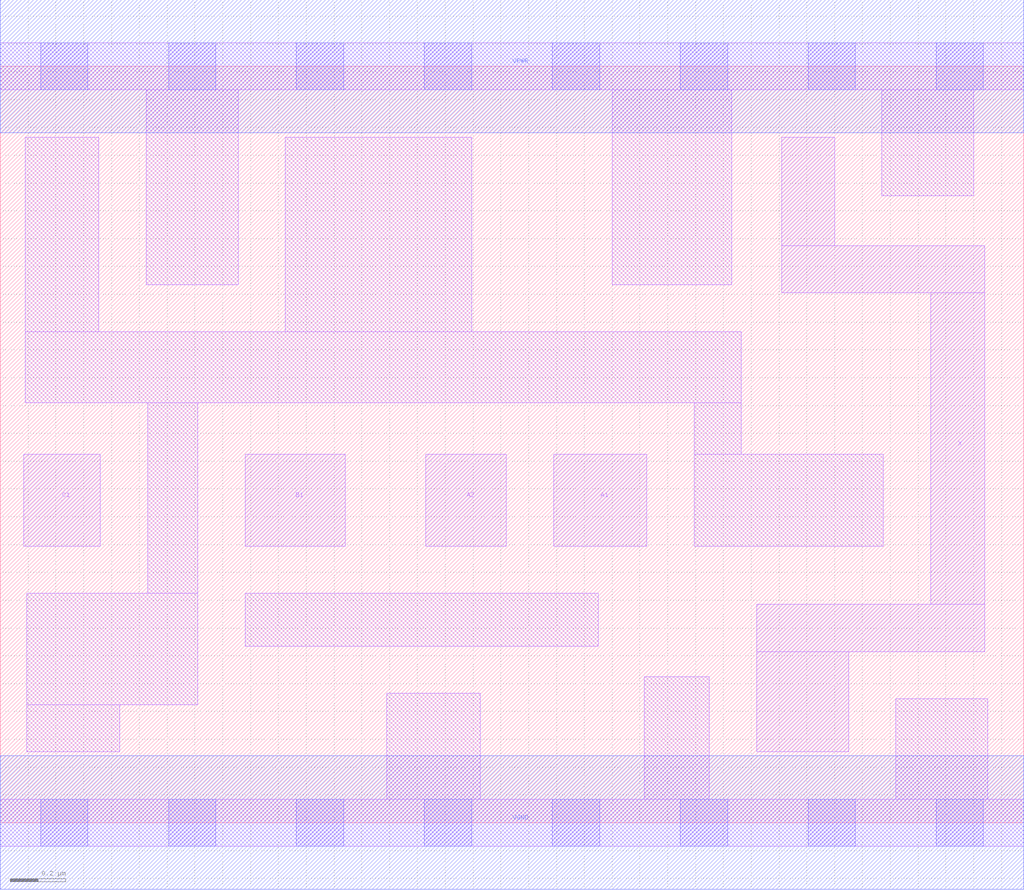
<source format=lef>
# Copyright 2020 The SkyWater PDK Authors
#
# Licensed under the Apache License, Version 2.0 (the "License");
# you may not use this file except in compliance with the License.
# You may obtain a copy of the License at
#
#     https://www.apache.org/licenses/LICENSE-2.0
#
# Unless required by applicable law or agreed to in writing, software
# distributed under the License is distributed on an "AS IS" BASIS,
# WITHOUT WARRANTIES OR CONDITIONS OF ANY KIND, either express or implied.
# See the License for the specific language governing permissions and
# limitations under the License.
#
# SPDX-License-Identifier: Apache-2.0

VERSION 5.7 ;
  NAMESCASESENSITIVE ON ;
  NOWIREEXTENSIONATPIN ON ;
  DIVIDERCHAR "/" ;
  BUSBITCHARS "[]" ;
UNITS
  DATABASE MICRONS 200 ;
END UNITS
MACRO sky130_fd_sc_hd__o211a_2
  CLASS CORE ;
  SOURCE USER ;
  FOREIGN sky130_fd_sc_hd__o211a_2 ;
  ORIGIN  0.000000  0.000000 ;
  SIZE  3.680000 BY  2.720000 ;
  SYMMETRY X Y R90 ;
  SITE unithd ;
  PIN A1
    ANTENNAGATEAREA  0.247500 ;
    DIRECTION INPUT ;
    USE SIGNAL ;
    PORT
      LAYER li1 ;
        RECT 1.990000 0.995000 2.325000 1.325000 ;
    END
  END A1
  PIN A2
    ANTENNAGATEAREA  0.247500 ;
    DIRECTION INPUT ;
    USE SIGNAL ;
    PORT
      LAYER li1 ;
        RECT 1.530000 0.995000 1.820000 1.325000 ;
    END
  END A2
  PIN B1
    ANTENNAGATEAREA  0.247500 ;
    DIRECTION INPUT ;
    USE SIGNAL ;
    PORT
      LAYER li1 ;
        RECT 0.880000 0.995000 1.240000 1.325000 ;
    END
  END B1
  PIN C1
    ANTENNAGATEAREA  0.247500 ;
    DIRECTION INPUT ;
    USE SIGNAL ;
    PORT
      LAYER li1 ;
        RECT 0.085000 0.995000 0.360000 1.325000 ;
    END
  END C1
  PIN X
    ANTENNADIFFAREA  0.462000 ;
    DIRECTION OUTPUT ;
    USE SIGNAL ;
    PORT
      LAYER li1 ;
        RECT 2.720000 0.255000 3.050000 0.615000 ;
        RECT 2.720000 0.615000 3.540000 0.785000 ;
        RECT 2.810000 1.905000 3.540000 2.075000 ;
        RECT 2.810000 2.075000 3.000000 2.465000 ;
        RECT 3.345000 0.785000 3.540000 1.905000 ;
    END
  END X
  PIN VGND
    DIRECTION INOUT ;
    SHAPE ABUTMENT ;
    USE GROUND ;
    PORT
      LAYER met1 ;
        RECT 0.000000 -0.240000 3.680000 0.240000 ;
    END
  END VGND
  PIN VPWR
    DIRECTION INOUT ;
    SHAPE ABUTMENT ;
    USE POWER ;
    PORT
      LAYER met1 ;
        RECT 0.000000 2.480000 3.680000 2.960000 ;
    END
  END VPWR
  OBS
    LAYER li1 ;
      RECT 0.000000 -0.085000 3.680000 0.085000 ;
      RECT 0.000000  2.635000 3.680000 2.805000 ;
      RECT 0.090000  1.510000 2.665000 1.765000 ;
      RECT 0.090000  1.765000 0.355000 2.465000 ;
      RECT 0.095000  0.255000 0.430000 0.425000 ;
      RECT 0.095000  0.425000 0.710000 0.825000 ;
      RECT 0.525000  1.935000 0.855000 2.635000 ;
      RECT 0.530000  0.825000 0.710000 1.510000 ;
      RECT 0.880000  0.635000 2.150000 0.825000 ;
      RECT 1.025000  1.765000 1.695000 2.465000 ;
      RECT 1.390000  0.085000 1.725000 0.465000 ;
      RECT 2.200000  1.935000 2.630000 2.635000 ;
      RECT 2.315000  0.085000 2.550000 0.525000 ;
      RECT 2.495000  0.995000 3.175000 1.325000 ;
      RECT 2.495000  1.325000 2.665000 1.510000 ;
      RECT 3.170000  2.255000 3.500000 2.635000 ;
      RECT 3.220000  0.085000 3.550000 0.445000 ;
    LAYER mcon ;
      RECT 0.145000 -0.085000 0.315000 0.085000 ;
      RECT 0.145000  2.635000 0.315000 2.805000 ;
      RECT 0.605000 -0.085000 0.775000 0.085000 ;
      RECT 0.605000  2.635000 0.775000 2.805000 ;
      RECT 1.065000 -0.085000 1.235000 0.085000 ;
      RECT 1.065000  2.635000 1.235000 2.805000 ;
      RECT 1.525000 -0.085000 1.695000 0.085000 ;
      RECT 1.525000  2.635000 1.695000 2.805000 ;
      RECT 1.985000 -0.085000 2.155000 0.085000 ;
      RECT 1.985000  2.635000 2.155000 2.805000 ;
      RECT 2.445000 -0.085000 2.615000 0.085000 ;
      RECT 2.445000  2.635000 2.615000 2.805000 ;
      RECT 2.905000 -0.085000 3.075000 0.085000 ;
      RECT 2.905000  2.635000 3.075000 2.805000 ;
      RECT 3.365000 -0.085000 3.535000 0.085000 ;
      RECT 3.365000  2.635000 3.535000 2.805000 ;
  END
END sky130_fd_sc_hd__o211a_2
END LIBRARY

</source>
